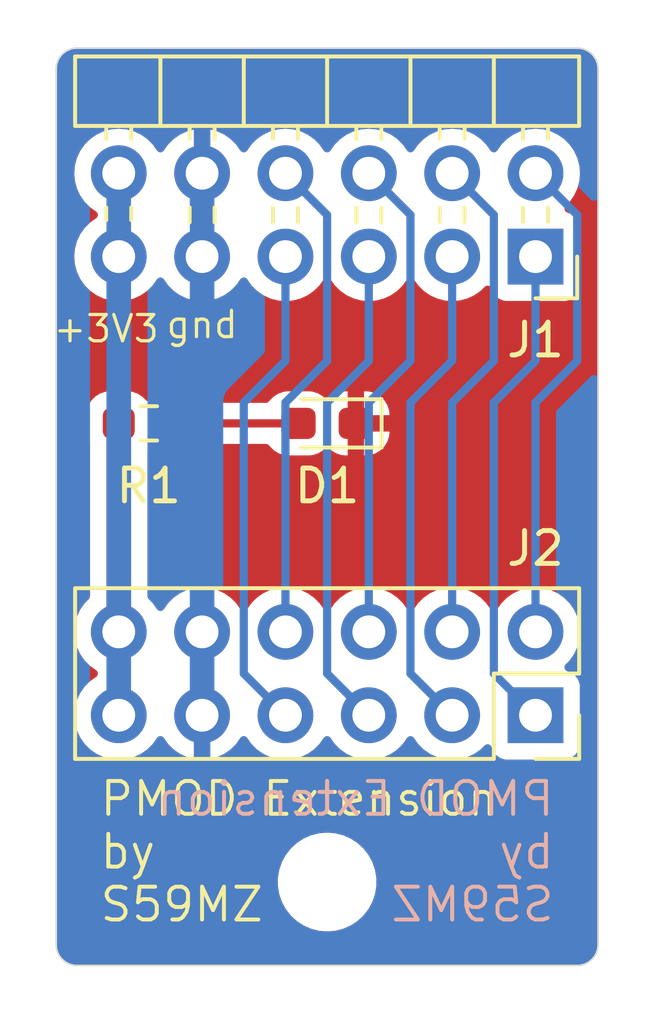
<source format=kicad_pcb>
(kicad_pcb (version 20221018) (generator pcbnew)
  (title_block (title "PMOD Extension Cable") (date "2024-08-20") (rev "1.0") (company "S59MZ"))
  (layers (0 "F.Cu" signal) (31 "B.Cu" signal) (34 "B.Paste" user) (35 "F.Paste" user) (36 "B.SilkS" user "B.Silkscreen") (37 "F.SilkS" user "F.Silkscreen") (38 "B.Mask" user) (39 "F.Mask" user) (44 "Edge.Cuts" user))
  (net 0 "")
  (net 1 "GND")
  (net 2 "Net-(D1-A)")
  (net 3 "/pmod1")
  (net 4 "/pmod2")
  (net 5 "/pmod3")
  (net 6 "/pmod4")
  (net 7 "/pmod5")
  (net 8 "/pmod6")
  (net 9 "/pmod7")
  (net 10 "/pmod8")
  (net 11 "+3.3V")
  (footprint "Library:PinHeader_2x06_P2.54mm_Horizontal" (layer "F.Cu") (at 127 76.2 90)
    (fp_text reference "J1" (at -2.54 0) (layer "F.SilkS"))
    (fp_text value "pmod-4")
    (fp_line (start -1.27 1.27) (end -1.27 0) (stroke (width 0.12)) (layer "F.SilkS"))
    (fp_line (start -1.27 1.27) (end 0 1.27) (stroke (width 0.12)) (layer "F.SilkS"))
    (fp_line (start 1.042929 -10.54) (end 1.497071 -10.54) (stroke (width 0.12)) (layer "F.SilkS"))
    (fp_line (start 1.042929 -9.78) (end 1.497071 -9.78) (stroke (width 0.12)) (layer "F.SilkS"))
    (fp_line (start 1.042929 -8) (end 1.497071 -8) (stroke (width 0.12)) (layer "F.SilkS"))
    (fp_line (start 1.042929 -7.24) (end 1.497071 -7.24) (stroke (width 0.12)) (layer "F.SilkS"))
    (fp_line (start 1.042929 -5.46) (end 1.497071 -5.46) (stroke (width 0.12)) (layer "F.SilkS"))
    (fp_line (start 1.042929 -4.7) (end 1.497071 -4.7) (stroke (width 0.12)) (layer "F.SilkS"))
    (fp_line (start 1.042929 -2.92) (end 1.497071 -2.92) (stroke (width 0.12)) (layer "F.SilkS"))
    (fp_line (start 1.042929 -2.16) (end 1.497071 -2.16) (stroke (width 0.12)) (layer "F.SilkS"))
    (fp_line (start 1.042929 -0.38) (end 1.497071 -0.38) (stroke (width 0.12)) (layer "F.SilkS"))
    (fp_line (start 1.042929 0.38) (end 1.497071 0.38) (stroke (width 0.12)) (layer "F.SilkS"))
    (fp_line (start 1.11 -13.08) (end 1.497071 -13.08) (stroke (width 0.12)) (layer "F.SilkS"))
    (fp_line (start 1.11 -12.32) (end 1.497071 -12.32) (stroke (width 0.12)) (layer "F.SilkS"))
    (fp_line (start 3.582929 -13.08) (end 3.98 -13.08) (stroke (width 0.12)) (layer "F.SilkS"))
    (fp_line (start 3.582929 -12.32) (end 3.98 -12.32) (stroke (width 0.12)) (layer "F.SilkS"))
    (fp_line (start 3.582929 -10.54) (end 3.98 -10.54) (stroke (width 0.12)) (layer "F.SilkS"))
    (fp_line (start 3.582929 -9.78) (end 3.98 -9.78) (stroke (width 0.12)) (layer "F.SilkS"))
    (fp_line (start 3.582929 -8) (end 3.98 -8) (stroke (width 0.12)) (layer "F.SilkS"))
    (fp_line (start 3.582929 -7.24) (end 3.98 -7.24) (stroke (width 0.12)) (layer "F.SilkS"))
    (fp_line (start 3.582929 -5.46) (end 3.98 -5.46) (stroke (width 0.12)) (layer "F.SilkS"))
    (fp_line (start 3.582929 -4.7) (end 3.98 -4.7) (stroke (width 0.12)) (layer "F.SilkS"))
    (fp_line (start 3.582929 -2.92) (end 3.98 -2.92) (stroke (width 0.12)) (layer "F.SilkS"))
    (fp_line (start 3.582929 -2.16) (end 3.98 -2.16) (stroke (width 0.12)) (layer "F.SilkS"))
    (fp_line (start 3.582929 -0.38) (end 3.98 -0.38) (stroke (width 0.12)) (layer "F.SilkS"))
    (fp_line (start 3.582929 0.38) (end 3.98 0.38) (stroke (width 0.12)) (layer "F.SilkS"))
    (fp_line (start 3.98 -14.03) (end 3.98 1.33) (stroke (width 0.12)) (layer "F.SilkS"))
    (fp_line (start 3.98 -11.43) (end 6.096 -11.43) (stroke (width 0.12)) (layer "F.SilkS"))
    (fp_line (start 3.98 -8.89) (end 6.096 -8.89) (stroke (width 0.12)) (layer "F.SilkS"))
    (fp_line (start 3.98 -6.35) (end 6.096 -6.35) (stroke (width 0.12)) (layer "F.SilkS"))
    (fp_line (start 3.98 -3.81) (end 6.096 -3.81) (stroke (width 0.12)) (layer "F.SilkS"))
    (fp_line (start 3.98 -1.27) (end 6.096 -1.27) (stroke (width 0.12)) (layer "F.SilkS"))
    (fp_line (start 3.98 1.33) (end 6.096 1.33) (stroke (width 0.12)) (layer "F.SilkS"))
    (fp_line (start 6.096 -14.03) (end 3.98 -14.03) (stroke (width 0.12)) (layer "F.SilkS"))
    (fp_line (start 6.096 1.33) (end 6.096 -14.03) (stroke (width 0.12)) (layer "F.SilkS"))
    (pad "1" thru_hole rect (at 0 0 90) (size 1.7 1.7) (drill 1) (layers "*.Cu" "*.Mask") (net 3 "/pmod1"))
    (pad "2" thru_hole oval (at 2.54 0 90) (size 1.7 1.7) (drill 1) (layers "*.Cu" "*.Mask") (net 4 "/pmod2"))
    (pad "3" thru_hole oval (at 0 -2.54 90) (size 1.7 1.7) (drill 1) (layers "*.Cu" "*.Mask") (net 5 "/pmod3"))
    (pad "4" thru_hole oval (at 2.54 -2.54 90) (size 1.7 1.7) (drill 1) (layers "*.Cu" "*.Mask") (net 6 "/pmod4"))
    (pad "5" thru_hole oval (at 0 -5.08 90) (size 1.7 1.7) (drill 1) (layers "*.Cu" "*.Mask") (net 7 "/pmod5"))
    (pad "6" thru_hole oval (at 2.54 -5.08 90) (size 1.7 1.7) (drill 1) (layers "*.Cu" "*.Mask") (net 8 "/pmod6"))
    (pad "7" thru_hole oval (at 0 -7.62 90) (size 1.7 1.7) (drill 1) (layers "*.Cu" "*.Mask") (net 9 "/pmod7"))
    (pad "8" thru_hole oval (at 2.54 -7.62 90) (size 1.7 1.7) (drill 1) (layers "*.Cu" "*.Mask") (net 10 "/pmod8"))
    (pad "9" thru_hole oval (at 0 -10.16 90) (size 1.7 1.7) (drill 1) (layers "*.Cu" "*.Mask") (net 1 "GND"))
    (pad "10" thru_hole oval (at 2.54 -10.16 90) (size 1.7 1.7) (drill 1) (layers "*.Cu" "*.Mask") (net 1 "GND"))
    (pad "11" thru_hole oval (at 0 -12.7 90) (size 1.7 1.7) (drill 1) (layers "*.Cu" "*.Mask") (net 11 "+3.3V"))
    (pad "12" thru_hole oval (at 2.54 -12.7 90) (size 1.7 1.7) (drill 1) (layers "*.Cu" "*.Mask") (net 11 "+3.3V"))
  )
  (footprint "Resistor_SMD:R_0603_1608Metric_Pad0.98x0.95mm_HandSolder" (layer "F.Cu") (at 115.2125 81.28)
    (fp_text reference "R1" (at 0 1.905) (layer "F.SilkS"))
    (fp_text value "4k7")
    (fp_line (start -0.254724 -0.5225) (end 0.254724 -0.5225) (stroke (width 0.12)) (layer "F.SilkS"))
    (fp_line (start -0.254724 0.5225) (end 0.254724 0.5225) (stroke (width 0.12)) (layer "F.SilkS"))
    (pad "1" smd roundrect (at -0.9125 0) (size 0.975 0.95) (layers "F.Cu" "F.Paste" "F.Mask") (net 11 "+3.3V"))
    (pad "2" smd roundrect (at 0.9125 0) (size 0.975 0.95) (layers "F.Cu" "F.Paste" "F.Mask") (net 2 "Net-(D1-A)"))
  )
  (footprint "Connector_PinSocket_2.54mm:PinSocket_2x06_P2.54mm_Vertical" (layer "F.Cu") (at 127 90.17 -90)
    (fp_text reference "J2" (at -5.08 0) (layer "F.SilkS"))
    (fp_text value "pmod-4 cable")
    (fp_line (start -3.87 -1.33) (end -3.87 14.03) (stroke (width 0.12)) (layer "F.SilkS"))
    (fp_line (start -3.87 -1.33) (end -1.27 -1.33) (stroke (width 0.12)) (layer "F.SilkS"))
    (fp_line (start -3.87 14.03) (end 1.33 14.03) (stroke (width 0.12)) (layer "F.SilkS"))
    (fp_line (start -1.27 -1.33) (end -1.27 1.27) (stroke (width 0.12)) (layer "F.SilkS"))
    (fp_line (start -1.27 1.27) (end 1.33 1.27) (stroke (width 0.12)) (layer "F.SilkS"))
    (fp_line (start 0 -1.33) (end 1.33 -1.33) (stroke (width 0.12)) (layer "F.SilkS"))
    (fp_line (start 1.33 -1.33) (end 1.33 0) (stroke (width 0.12)) (layer "F.SilkS"))
    (fp_line (start 1.33 1.27) (end 1.33 14.03) (stroke (width 0.12)) (layer "F.SilkS"))
    (pad "1" thru_hole rect (at 0 0 270) (size 1.7 1.7) (drill 1) (layers "*.Cu" "*.Mask") (net 3 "/pmod1"))
    (pad "2" thru_hole oval (at -2.54 0 270) (size 1.7 1.7) (drill 1) (layers "*.Cu" "*.Mask") (net 4 "/pmod2"))
    (pad "3" thru_hole oval (at 0 2.54 270) (size 1.7 1.7) (drill 1) (layers "*.Cu" "*.Mask") (net 5 "/pmod3"))
    (pad "4" thru_hole oval (at -2.54 2.54 270) (size 1.7 1.7) (drill 1) (layers "*.Cu" "*.Mask") (net 6 "/pmod4"))
    (pad "5" thru_hole oval (at 0 5.08 270) (size 1.7 1.7) (drill 1) (layers "*.Cu" "*.Mask") (net 7 "/pmod5"))
    (pad "6" thru_hole oval (at -2.54 5.08 270) (size 1.7 1.7) (drill 1) (layers "*.Cu" "*.Mask") (net 8 "/pmod6"))
    (pad "7" thru_hole oval (at 0 7.62 270) (size 1.7 1.7) (drill 1) (layers "*.Cu" "*.Mask") (net 9 "/pmod7"))
    (pad "8" thru_hole oval (at -2.54 7.62 270) (size 1.7 1.7) (drill 1) (layers "*.Cu" "*.Mask") (net 10 "/pmod8"))
    (pad "9" thru_hole oval (at 0 10.16 270) (size 1.7 1.7) (drill 1) (layers "*.Cu" "*.Mask") (net 1 "GND"))
    (pad "10" thru_hole oval (at -2.54 10.16 270) (size 1.7 1.7) (drill 1) (layers "*.Cu" "*.Mask") (net 1 "GND"))
    (pad "11" thru_hole oval (at 0 12.7 270) (size 1.7 1.7) (drill 1) (layers "*.Cu" "*.Mask") (net 11 "+3.3V"))
    (pad "12" thru_hole oval (at -2.54 12.7 270) (size 1.7 1.7) (drill 1) (layers "*.Cu" "*.Mask") (net 11 "+3.3V"))
  )
  (footprint "LED_SMD:LED_0603_1608Metric_Pad1.05x0.95mm_HandSolder" (layer "F.Cu") (at 120.65 81.28 180)
    (fp_text reference "D1" (at 0 -1.905) (layer "F.SilkS"))
    (fp_text value "green")
    (fp_line (start -1.66 -0.735) (end -1.66 0.735) (stroke (width 0.12)) (layer "F.SilkS"))
    (fp_line (start -1.66 0.735) (end 0.8 0.735) (stroke (width 0.12)) (layer "F.SilkS"))
    (fp_line (start 0.8 -0.735) (end -1.66 -0.735) (stroke (width 0.12)) (layer "F.SilkS"))
    (pad "1" smd roundrect (at -0.875 0 180) (size 1.05 0.95) (layers "F.Cu" "F.Paste" "F.Mask") (net 1 "GND"))
    (pad "2" smd roundrect (at 0.875 0 180) (size 1.05 0.95) (layers "F.Cu" "F.Paste" "F.Mask") (net 2 "Net-(D1-A)"))
  )
  (footprint "MountingHole:MountingHole_2.5mm" (layer "F.Cu") (at 120.65 95.25)
    (fp_text reference "H1" hide)
    (fp_text value "2.5")
    (pad "" np_thru_hole circle (at 0 0) (size 2.5 2.5) (drill 2.5) (layers "*.Cu" "*.Mask"))
  )
  (gr_line (start 112.395 97.155) (end 112.395 70.485) (stroke (width 0.05)) (layer "Edge.Cuts"))
  (gr_arc (start 128.905 97.155) (mid 128.719013 97.604013) (end 128.27 97.79) (stroke (width 0.05)) (layer "Edge.Cuts"))
  (gr_arc (start 112.395 70.485) (mid 112.580987 70.035987) (end 113.03 69.85) (stroke (width 0.05)) (layer "Edge.Cuts"))
  (gr_arc (start 128.27 69.85) (mid 128.719013 70.035987) (end 128.905 70.485) (stroke (width 0.05)) (layer "Edge.Cuts"))
  (gr_line (start 128.905 70.485) (end 128.905 97.155) (stroke (width 0.05)) (layer "Edge.Cuts"))
  (gr_arc (start 113.03 97.79) (mid 112.580987 97.604013) (end 112.395 97.155) (stroke (width 0.05)) (layer "Edge.Cuts"))
  (gr_line (start 113.03 69.85) (end 128.27 69.85) (stroke (width 0.05)) (layer "Edge.Cuts"))
  (gr_line (start 128.27 97.79) (end 113.03 97.79) (stroke (width 0.05)) (layer "Edge.Cuts"))
  (gr_text "PMOD Extension\nby\nS59MZ" (at 127.635 96.52) (layer "B.SilkS") (effects (font (size 1 1) (thickness 0.12)) (justify left bottom mirror)))
  (gr_text "+3V3" (at 113.919 78.867) (layer "F.SilkS") (effects (font (size 0.8 0.8) (thickness 0.1)) (justify bottom)))
  (gr_text "gnd" (at 116.84 78.74) (layer "F.SilkS") (effects (font (size 0.8 0.8) (thickness 0.1)) (justify bottom)))
  (gr_text "PMOD Extension\nby\nS59MZ" (at 113.665 96.52) (layer "F.SilkS") (effects (font (size 1 1) (thickness 0.12)) (justify left bottom)))
  (segment (start 116.84 90.17) (end 116.84 73.66) (width 0.75) (layer "B.Cu") (net 1))
  (segment (start 119.775 81.28) (end 116.125 81.28) (width 0.25) (layer "F.Cu") (net 2))
  (segment (start 127 79.375) (end 127 76.2) (width 0.25) (layer "B.Cu") (net 3))
  (segment (start 125.73 88.9) (end 127 90.17) (width 0.25) (layer "B.Cu") (net 3))
  (segment (start 125.73 80.645) (end 127 79.375) (width 0.25) (layer "B.Cu") (net 3))
  (segment (start 125.73 88.9) (end 125.73 80.645) (width 0.25) (layer "B.Cu") (net 3))
  (segment (start 128.27 79.375) (end 128.27 74.93) (width 0.25) (layer "B.Cu") (net 4))
  (segment (start 127 87.63) (end 127 80.645) (width 0.25) (layer "B.Cu") (net 4))
  (segment (start 127 80.645) (end 128.27 79.375) (width 0.25) (layer "B.Cu") (net 4))
  (segment (start 128.27 74.93) (end 127 73.66) (width 0.25) (layer "B.Cu") (net 4))
  (segment (start 124.46 79.375) (end 124.46 76.2) (width 0.25) (layer "B.Cu") (net 5))
  (segment (start 123.19 80.645) (end 124.46 79.375) (width 0.25) (layer "B.Cu") (net 5))
  (segment (start 123.19 88.9) (end 123.19 80.645) (width 0.25) (layer "B.Cu") (net 5))
  (segment (start 123.19 88.9) (end 124.46 90.17) (width 0.25) (layer "B.Cu") (net 5))
  (segment (start 124.46 80.645) (end 124.46 87.63) (width 0.25) (layer "B.Cu") (net 6))
  (segment (start 125.73 79.375) (end 124.46 80.645) (width 0.25) (layer "B.Cu") (net 6))
  (segment (start 124.46 73.66) (end 125.73 74.93) (width 0.25) (layer "B.Cu") (net 6))
  (segment (start 125.73 74.93) (end 125.73 79.375) (width 0.25) (layer "B.Cu") (net 6))
  (segment (start 120.65 80.645) (end 121.92 79.375) (width 0.25) (layer "B.Cu") (net 7))
  (segment (start 121.92 79.375) (end 121.92 76.2) (width 0.25) (layer "B.Cu") (net 7))
  (segment (start 120.65 88.9) (end 120.65 80.645) (width 0.25) (layer "B.Cu") (net 7))
  (segment (start 121.92 90.17) (end 120.65 88.9) (width 0.25) (layer "B.Cu") (net 7))
  (segment (start 123.19 79.375) (end 121.92 80.645) (width 0.25) (layer "B.Cu") (net 8))
  (segment (start 121.92 73.66) (end 123.19 74.93) (width 0.25) (layer "B.Cu") (net 8))
  (segment (start 121.92 80.645) (end 121.92 87.63) (width 0.25) (layer "B.Cu") (net 8))
  (segment (start 123.19 74.93) (end 123.19 79.375) (width 0.25) (layer "B.Cu") (net 8))
  (segment (start 118.11 88.9) (end 119.38 90.17) (width 0.25) (layer "B.Cu") (net 9))
  (segment (start 119.38 79.375) (end 119.38 76.2) (width 0.25) (layer "B.Cu") (net 9))
  (segment (start 118.11 80.645) (end 119.38 79.375) (width 0.25) (layer "B.Cu") (net 9))
  (segment (start 118.11 88.9) (end 118.11 80.645) (width 0.25) (layer "B.Cu") (net 9))
  (segment (start 119.38 73.66) (end 120.65 74.93) (width 0.25) (layer "B.Cu") (net 10))
  (segment (start 120.65 74.93) (end 120.65 79.375) (width 0.25) (layer "B.Cu") (net 10))
  (segment (start 120.65 79.375) (end 119.38 80.645) (width 0.25) (layer "B.Cu") (net 10))
  (segment (start 119.38 80.645) (end 119.38 87.63) (width 0.25) (layer "B.Cu") (net 10))
  (segment (start 114.3 81.28) (end 114.3 87.63) (width 0.75) (layer "F.Cu") (net 11))
  (segment (start 114.3 73.66) (end 114.3 90.17) (width 0.75) (layer "B.Cu") (net 11))
  (zone (net 1) (net_name "GND") (layers "F&B.Cu") (connect_pads (clearance 0.5)) (min_thickness 0.25) (fill yes (thermal_gap 0.5) (thermal_bridge_width 0.5))
    (polygon (pts (xy 128.905 69.85) (xy 112.395 69.85) (xy 112.395 97.79) (xy 128.905 97.79)))
  )
)
</source>
